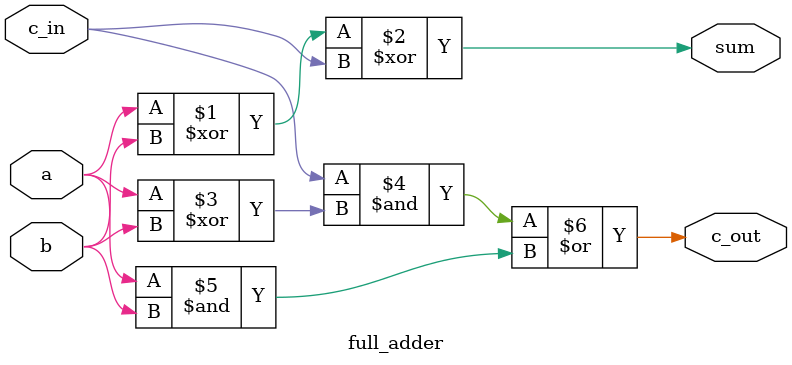
<source format=v>
`timescale 1 ps/1 ps
module full_adder (
    input a, b, c_in, 
    output sum , c_out 
);

assign sum = a^b^c_in;
assign c_out = ((c_in & (a^b)) | (a & b));

endmodule
</source>
